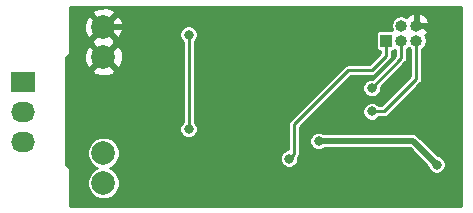
<source format=gbl>
G04 #@! TF.GenerationSoftware,KiCad,Pcbnew,no-vcs-found-885a4c1~58~ubuntu16.04.1*
G04 #@! TF.CreationDate,2017-07-09T23:46:33+02:00*
G04 #@! TF.ProjectId,esp03_ledbar,65737030335F6C65646261722E6B6963,rev?*
G04 #@! TF.SameCoordinates,Original
G04 #@! TF.FileFunction,Copper,L2,Bot,Signal*
G04 #@! TF.FilePolarity,Positive*
%FSLAX46Y46*%
G04 Gerber Fmt 4.6, Leading zero omitted, Abs format (unit mm)*
G04 Created by KiCad (PCBNEW no-vcs-found-885a4c1~58~ubuntu16.04.1) date Sun Jul  9 23:46:33 2017*
%MOMM*%
%LPD*%
G01*
G04 APERTURE LIST*
%ADD10R,2.032000X1.727200*%
%ADD11O,2.032000X1.727200*%
%ADD12C,2.000000*%
%ADD13O,1.000000X1.000000*%
%ADD14R,1.000000X1.000000*%
%ADD15C,0.800000*%
%ADD16C,0.500000*%
%ADD17C,0.250000*%
%ADD18C,0.254000*%
G04 APERTURE END LIST*
D10*
X122500000Y-121500000D03*
D11*
X122500000Y-124040000D03*
X122500000Y-126580000D03*
D12*
X129286000Y-119380000D03*
X129286000Y-116840000D03*
X129286000Y-130048000D03*
X129286000Y-127508000D03*
D13*
X155770000Y-116730000D03*
X155770000Y-118000000D03*
X154500000Y-116730000D03*
X154500000Y-118000000D03*
D14*
X153230000Y-118000000D03*
D15*
X159000000Y-120500000D03*
X148500000Y-128000000D03*
X139500000Y-124000000D03*
X147500000Y-126500000D03*
X157500000Y-128500000D03*
X136500000Y-117500000D03*
X136500000Y-125500000D03*
X145000000Y-128000000D03*
X152000000Y-124000000D03*
X152000000Y-122000000D03*
D16*
X134000000Y-116000000D02*
X133160000Y-116840000D01*
X133160000Y-116840000D02*
X129286000Y-116840000D01*
X137000000Y-116000000D02*
X134000000Y-116000000D01*
X139500000Y-118500000D02*
X137000000Y-116000000D01*
X139500000Y-124000000D02*
X139500000Y-118500000D01*
X142500000Y-129500000D02*
X147000000Y-129500000D01*
X147000000Y-129500000D02*
X148500000Y-128000000D01*
X139500000Y-126500000D02*
X142500000Y-129500000D01*
X139500000Y-124000000D02*
X139500000Y-126500000D01*
X158000000Y-119500000D02*
X158000000Y-118252894D01*
X158000000Y-118252894D02*
X156477106Y-116730000D01*
X156477106Y-116730000D02*
X155770000Y-116730000D01*
X159000000Y-120500000D02*
X158000000Y-119500000D01*
X157500000Y-128500000D02*
X155500000Y-126500000D01*
X155500000Y-126500000D02*
X147500000Y-126500000D01*
D17*
X136500000Y-125500000D02*
X136500000Y-117500000D01*
X152000000Y-120500000D02*
X153230000Y-119270000D01*
X153230000Y-119270000D02*
X153230000Y-118000000D01*
X145399999Y-125100001D02*
X150000000Y-120500000D01*
X150000000Y-120500000D02*
X152000000Y-120500000D01*
X145000000Y-128000000D02*
X145399999Y-127600001D01*
X145399999Y-127600001D02*
X145399999Y-125100001D01*
X153000000Y-124000000D02*
X155770000Y-121230000D01*
X155770000Y-121230000D02*
X155770000Y-118000000D01*
X152000000Y-124000000D02*
X153000000Y-124000000D01*
X152000000Y-122000000D02*
X154500000Y-119500000D01*
X154500000Y-119500000D02*
X154500000Y-118000000D01*
D18*
G36*
X159544000Y-131955089D02*
X159532398Y-132013418D01*
X159524796Y-132024796D01*
X159513418Y-132032398D01*
X159455089Y-132044000D01*
X126544911Y-132044000D01*
X126486582Y-132032398D01*
X126475204Y-132024796D01*
X126467602Y-132013418D01*
X126456000Y-131955089D01*
X126456000Y-129000000D01*
X126421289Y-128825496D01*
X126322441Y-128677559D01*
X126174504Y-128578711D01*
X126127000Y-128569262D01*
X126127000Y-127781493D01*
X127904761Y-127781493D01*
X128114563Y-128289251D01*
X128502705Y-128678072D01*
X128743324Y-128777985D01*
X128504749Y-128876563D01*
X128115928Y-129264705D01*
X127905241Y-129772097D01*
X127904761Y-130321493D01*
X128114563Y-130829251D01*
X128502705Y-131218072D01*
X129010097Y-131428759D01*
X129559493Y-131429239D01*
X130067251Y-131219437D01*
X130456072Y-130831295D01*
X130666759Y-130323903D01*
X130667239Y-129774507D01*
X130457437Y-129266749D01*
X130069295Y-128877928D01*
X129828676Y-128778015D01*
X130067251Y-128679437D01*
X130456072Y-128291295D01*
X130512803Y-128154669D01*
X144218864Y-128154669D01*
X144337514Y-128441823D01*
X144557021Y-128661714D01*
X144843968Y-128780864D01*
X145154669Y-128781136D01*
X145441823Y-128662486D01*
X145661714Y-128442979D01*
X145780864Y-128156032D01*
X145781068Y-127922966D01*
X145867482Y-127793639D01*
X145905999Y-127600001D01*
X145905999Y-126654669D01*
X146718864Y-126654669D01*
X146837514Y-126941823D01*
X147057021Y-127161714D01*
X147343968Y-127280864D01*
X147654669Y-127281136D01*
X147941823Y-127162486D01*
X147973364Y-127131000D01*
X155238632Y-127131000D01*
X156718902Y-128611270D01*
X156718864Y-128654669D01*
X156837514Y-128941823D01*
X157057021Y-129161714D01*
X157343968Y-129280864D01*
X157654669Y-129281136D01*
X157941823Y-129162486D01*
X158161714Y-128942979D01*
X158280864Y-128656032D01*
X158281136Y-128345331D01*
X158162486Y-128058177D01*
X157942979Y-127838286D01*
X157656032Y-127719136D01*
X157611465Y-127719097D01*
X155946184Y-126053816D01*
X155741473Y-125917032D01*
X155500000Y-125869000D01*
X147973639Y-125869000D01*
X147942979Y-125838286D01*
X147656032Y-125719136D01*
X147345331Y-125718864D01*
X147058177Y-125837514D01*
X146838286Y-126057021D01*
X146719136Y-126343968D01*
X146718864Y-126654669D01*
X145905999Y-126654669D01*
X145905999Y-125309593D01*
X150209592Y-121006000D01*
X152000000Y-121006000D01*
X152193638Y-120967483D01*
X152357796Y-120857796D01*
X153587796Y-119627796D01*
X153633360Y-119559605D01*
X153697483Y-119463638D01*
X153736000Y-119270000D01*
X153736000Y-118887271D01*
X153878659Y-118858894D01*
X153994000Y-118781826D01*
X153994000Y-119290408D01*
X152065351Y-121219057D01*
X151845331Y-121218864D01*
X151558177Y-121337514D01*
X151338286Y-121557021D01*
X151219136Y-121843968D01*
X151218864Y-122154669D01*
X151337514Y-122441823D01*
X151557021Y-122661714D01*
X151843968Y-122780864D01*
X152154669Y-122781136D01*
X152441823Y-122662486D01*
X152661714Y-122442979D01*
X152780864Y-122156032D01*
X152781058Y-121934534D01*
X154857796Y-119857796D01*
X154967483Y-119693638D01*
X155006000Y-119500000D01*
X155006000Y-118718372D01*
X155122961Y-118640221D01*
X155135000Y-118622203D01*
X155147039Y-118640221D01*
X155264000Y-118718372D01*
X155264000Y-121020408D01*
X152790408Y-123494000D01*
X152598421Y-123494000D01*
X152442979Y-123338286D01*
X152156032Y-123219136D01*
X151845331Y-123218864D01*
X151558177Y-123337514D01*
X151338286Y-123557021D01*
X151219136Y-123843968D01*
X151218864Y-124154669D01*
X151337514Y-124441823D01*
X151557021Y-124661714D01*
X151843968Y-124780864D01*
X152154669Y-124781136D01*
X152441823Y-124662486D01*
X152598583Y-124506000D01*
X153000000Y-124506000D01*
X153193638Y-124467483D01*
X153357796Y-124357796D01*
X156127796Y-121587796D01*
X156148359Y-121557021D01*
X156237483Y-121423638D01*
X156276000Y-121230000D01*
X156276000Y-118718372D01*
X156392961Y-118640221D01*
X156583938Y-118354404D01*
X156651000Y-118017260D01*
X156651000Y-117982740D01*
X156583938Y-117645596D01*
X156521377Y-117551967D01*
X156665323Y-117427604D01*
X156864132Y-117031877D01*
X156739135Y-116857000D01*
X155897000Y-116857000D01*
X155897000Y-116877000D01*
X155643000Y-116877000D01*
X155643000Y-116857000D01*
X155623000Y-116857000D01*
X155623000Y-116603000D01*
X155643000Y-116603000D01*
X155643000Y-115762046D01*
X155897000Y-115762046D01*
X155897000Y-116603000D01*
X156739135Y-116603000D01*
X156864132Y-116428123D01*
X156665323Y-116032396D01*
X156330209Y-115742873D01*
X156071874Y-115635881D01*
X155897000Y-115762046D01*
X155643000Y-115762046D01*
X155468126Y-115635881D01*
X155209791Y-115742873D01*
X154945503Y-115971205D01*
X154837144Y-115898802D01*
X154500000Y-115831740D01*
X154162856Y-115898802D01*
X153877039Y-116089779D01*
X153686062Y-116375596D01*
X153619000Y-116712740D01*
X153619000Y-116747260D01*
X153686062Y-117084404D01*
X153704191Y-117111536D01*
X152730000Y-117111536D01*
X152581341Y-117141106D01*
X152455314Y-117225314D01*
X152371106Y-117351341D01*
X152341536Y-117500000D01*
X152341536Y-118500000D01*
X152371106Y-118648659D01*
X152455314Y-118774686D01*
X152581341Y-118858894D01*
X152724000Y-118887271D01*
X152724000Y-119060408D01*
X151790408Y-119994000D01*
X150000000Y-119994000D01*
X149806362Y-120032517D01*
X149642204Y-120142204D01*
X145042203Y-124742205D01*
X144932516Y-124906363D01*
X144893999Y-125100001D01*
X144893999Y-127218907D01*
X144845331Y-127218864D01*
X144558177Y-127337514D01*
X144338286Y-127557021D01*
X144219136Y-127843968D01*
X144218864Y-128154669D01*
X130512803Y-128154669D01*
X130666759Y-127783903D01*
X130667239Y-127234507D01*
X130457437Y-126726749D01*
X130069295Y-126337928D01*
X129561903Y-126127241D01*
X129012507Y-126126761D01*
X128504749Y-126336563D01*
X128115928Y-126724705D01*
X127905241Y-127232097D01*
X127904761Y-127781493D01*
X126127000Y-127781493D01*
X126127000Y-120532532D01*
X128313073Y-120532532D01*
X128411736Y-120799387D01*
X129021461Y-121025908D01*
X129671460Y-121001856D01*
X130160264Y-120799387D01*
X130258927Y-120532532D01*
X129286000Y-119559605D01*
X128313073Y-120532532D01*
X126127000Y-120532532D01*
X126127000Y-119430738D01*
X126174504Y-119421289D01*
X126322441Y-119322441D01*
X126421289Y-119174504D01*
X126433033Y-119115461D01*
X127640092Y-119115461D01*
X127664144Y-119765460D01*
X127866613Y-120254264D01*
X128133468Y-120352927D01*
X129106395Y-119380000D01*
X129465605Y-119380000D01*
X130438532Y-120352927D01*
X130705387Y-120254264D01*
X130931908Y-119644539D01*
X130907856Y-118994540D01*
X130705387Y-118505736D01*
X130438532Y-118407073D01*
X129465605Y-119380000D01*
X129106395Y-119380000D01*
X128133468Y-118407073D01*
X127866613Y-118505736D01*
X127640092Y-119115461D01*
X126433033Y-119115461D01*
X126456000Y-119000000D01*
X126456000Y-117992532D01*
X128313073Y-117992532D01*
X128356504Y-118110000D01*
X128313073Y-118227468D01*
X129286000Y-119200395D01*
X130258927Y-118227468D01*
X130215496Y-118110000D01*
X130258927Y-117992532D01*
X129286000Y-117019605D01*
X128313073Y-117992532D01*
X126456000Y-117992532D01*
X126456000Y-116575461D01*
X127640092Y-116575461D01*
X127664144Y-117225460D01*
X127866613Y-117714264D01*
X128133468Y-117812927D01*
X129106395Y-116840000D01*
X129465605Y-116840000D01*
X130438532Y-117812927D01*
X130705387Y-117714264D01*
X130727527Y-117654669D01*
X135718864Y-117654669D01*
X135837514Y-117941823D01*
X135994000Y-118098583D01*
X135994000Y-124901579D01*
X135838286Y-125057021D01*
X135719136Y-125343968D01*
X135718864Y-125654669D01*
X135837514Y-125941823D01*
X136057021Y-126161714D01*
X136343968Y-126280864D01*
X136654669Y-126281136D01*
X136941823Y-126162486D01*
X137161714Y-125942979D01*
X137280864Y-125656032D01*
X137281136Y-125345331D01*
X137162486Y-125058177D01*
X137006000Y-124901417D01*
X137006000Y-118098421D01*
X137161714Y-117942979D01*
X137280864Y-117656032D01*
X137281136Y-117345331D01*
X137162486Y-117058177D01*
X136942979Y-116838286D01*
X136656032Y-116719136D01*
X136345331Y-116718864D01*
X136058177Y-116837514D01*
X135838286Y-117057021D01*
X135719136Y-117343968D01*
X135718864Y-117654669D01*
X130727527Y-117654669D01*
X130931908Y-117104539D01*
X130907856Y-116454540D01*
X130705387Y-115965736D01*
X130438532Y-115867073D01*
X129465605Y-116840000D01*
X129106395Y-116840000D01*
X128133468Y-115867073D01*
X127866613Y-115965736D01*
X127640092Y-116575461D01*
X126456000Y-116575461D01*
X126456000Y-115687468D01*
X128313073Y-115687468D01*
X129286000Y-116660395D01*
X130258927Y-115687468D01*
X130160264Y-115420613D01*
X129550539Y-115194092D01*
X128900540Y-115218144D01*
X128411736Y-115420613D01*
X128313073Y-115687468D01*
X126456000Y-115687468D01*
X126456000Y-115127000D01*
X159544000Y-115127000D01*
X159544000Y-131955089D01*
X159544000Y-131955089D01*
G37*
X159544000Y-131955089D02*
X159532398Y-132013418D01*
X159524796Y-132024796D01*
X159513418Y-132032398D01*
X159455089Y-132044000D01*
X126544911Y-132044000D01*
X126486582Y-132032398D01*
X126475204Y-132024796D01*
X126467602Y-132013418D01*
X126456000Y-131955089D01*
X126456000Y-129000000D01*
X126421289Y-128825496D01*
X126322441Y-128677559D01*
X126174504Y-128578711D01*
X126127000Y-128569262D01*
X126127000Y-127781493D01*
X127904761Y-127781493D01*
X128114563Y-128289251D01*
X128502705Y-128678072D01*
X128743324Y-128777985D01*
X128504749Y-128876563D01*
X128115928Y-129264705D01*
X127905241Y-129772097D01*
X127904761Y-130321493D01*
X128114563Y-130829251D01*
X128502705Y-131218072D01*
X129010097Y-131428759D01*
X129559493Y-131429239D01*
X130067251Y-131219437D01*
X130456072Y-130831295D01*
X130666759Y-130323903D01*
X130667239Y-129774507D01*
X130457437Y-129266749D01*
X130069295Y-128877928D01*
X129828676Y-128778015D01*
X130067251Y-128679437D01*
X130456072Y-128291295D01*
X130512803Y-128154669D01*
X144218864Y-128154669D01*
X144337514Y-128441823D01*
X144557021Y-128661714D01*
X144843968Y-128780864D01*
X145154669Y-128781136D01*
X145441823Y-128662486D01*
X145661714Y-128442979D01*
X145780864Y-128156032D01*
X145781068Y-127922966D01*
X145867482Y-127793639D01*
X145905999Y-127600001D01*
X145905999Y-126654669D01*
X146718864Y-126654669D01*
X146837514Y-126941823D01*
X147057021Y-127161714D01*
X147343968Y-127280864D01*
X147654669Y-127281136D01*
X147941823Y-127162486D01*
X147973364Y-127131000D01*
X155238632Y-127131000D01*
X156718902Y-128611270D01*
X156718864Y-128654669D01*
X156837514Y-128941823D01*
X157057021Y-129161714D01*
X157343968Y-129280864D01*
X157654669Y-129281136D01*
X157941823Y-129162486D01*
X158161714Y-128942979D01*
X158280864Y-128656032D01*
X158281136Y-128345331D01*
X158162486Y-128058177D01*
X157942979Y-127838286D01*
X157656032Y-127719136D01*
X157611465Y-127719097D01*
X155946184Y-126053816D01*
X155741473Y-125917032D01*
X155500000Y-125869000D01*
X147973639Y-125869000D01*
X147942979Y-125838286D01*
X147656032Y-125719136D01*
X147345331Y-125718864D01*
X147058177Y-125837514D01*
X146838286Y-126057021D01*
X146719136Y-126343968D01*
X146718864Y-126654669D01*
X145905999Y-126654669D01*
X145905999Y-125309593D01*
X150209592Y-121006000D01*
X152000000Y-121006000D01*
X152193638Y-120967483D01*
X152357796Y-120857796D01*
X153587796Y-119627796D01*
X153633360Y-119559605D01*
X153697483Y-119463638D01*
X153736000Y-119270000D01*
X153736000Y-118887271D01*
X153878659Y-118858894D01*
X153994000Y-118781826D01*
X153994000Y-119290408D01*
X152065351Y-121219057D01*
X151845331Y-121218864D01*
X151558177Y-121337514D01*
X151338286Y-121557021D01*
X151219136Y-121843968D01*
X151218864Y-122154669D01*
X151337514Y-122441823D01*
X151557021Y-122661714D01*
X151843968Y-122780864D01*
X152154669Y-122781136D01*
X152441823Y-122662486D01*
X152661714Y-122442979D01*
X152780864Y-122156032D01*
X152781058Y-121934534D01*
X154857796Y-119857796D01*
X154967483Y-119693638D01*
X155006000Y-119500000D01*
X155006000Y-118718372D01*
X155122961Y-118640221D01*
X155135000Y-118622203D01*
X155147039Y-118640221D01*
X155264000Y-118718372D01*
X155264000Y-121020408D01*
X152790408Y-123494000D01*
X152598421Y-123494000D01*
X152442979Y-123338286D01*
X152156032Y-123219136D01*
X151845331Y-123218864D01*
X151558177Y-123337514D01*
X151338286Y-123557021D01*
X151219136Y-123843968D01*
X151218864Y-124154669D01*
X151337514Y-124441823D01*
X151557021Y-124661714D01*
X151843968Y-124780864D01*
X152154669Y-124781136D01*
X152441823Y-124662486D01*
X152598583Y-124506000D01*
X153000000Y-124506000D01*
X153193638Y-124467483D01*
X153357796Y-124357796D01*
X156127796Y-121587796D01*
X156148359Y-121557021D01*
X156237483Y-121423638D01*
X156276000Y-121230000D01*
X156276000Y-118718372D01*
X156392961Y-118640221D01*
X156583938Y-118354404D01*
X156651000Y-118017260D01*
X156651000Y-117982740D01*
X156583938Y-117645596D01*
X156521377Y-117551967D01*
X156665323Y-117427604D01*
X156864132Y-117031877D01*
X156739135Y-116857000D01*
X155897000Y-116857000D01*
X155897000Y-116877000D01*
X155643000Y-116877000D01*
X155643000Y-116857000D01*
X155623000Y-116857000D01*
X155623000Y-116603000D01*
X155643000Y-116603000D01*
X155643000Y-115762046D01*
X155897000Y-115762046D01*
X155897000Y-116603000D01*
X156739135Y-116603000D01*
X156864132Y-116428123D01*
X156665323Y-116032396D01*
X156330209Y-115742873D01*
X156071874Y-115635881D01*
X155897000Y-115762046D01*
X155643000Y-115762046D01*
X155468126Y-115635881D01*
X155209791Y-115742873D01*
X154945503Y-115971205D01*
X154837144Y-115898802D01*
X154500000Y-115831740D01*
X154162856Y-115898802D01*
X153877039Y-116089779D01*
X153686062Y-116375596D01*
X153619000Y-116712740D01*
X153619000Y-116747260D01*
X153686062Y-117084404D01*
X153704191Y-117111536D01*
X152730000Y-117111536D01*
X152581341Y-117141106D01*
X152455314Y-117225314D01*
X152371106Y-117351341D01*
X152341536Y-117500000D01*
X152341536Y-118500000D01*
X152371106Y-118648659D01*
X152455314Y-118774686D01*
X152581341Y-118858894D01*
X152724000Y-118887271D01*
X152724000Y-119060408D01*
X151790408Y-119994000D01*
X150000000Y-119994000D01*
X149806362Y-120032517D01*
X149642204Y-120142204D01*
X145042203Y-124742205D01*
X144932516Y-124906363D01*
X144893999Y-125100001D01*
X144893999Y-127218907D01*
X144845331Y-127218864D01*
X144558177Y-127337514D01*
X144338286Y-127557021D01*
X144219136Y-127843968D01*
X144218864Y-128154669D01*
X130512803Y-128154669D01*
X130666759Y-127783903D01*
X130667239Y-127234507D01*
X130457437Y-126726749D01*
X130069295Y-126337928D01*
X129561903Y-126127241D01*
X129012507Y-126126761D01*
X128504749Y-126336563D01*
X128115928Y-126724705D01*
X127905241Y-127232097D01*
X127904761Y-127781493D01*
X126127000Y-127781493D01*
X126127000Y-120532532D01*
X128313073Y-120532532D01*
X128411736Y-120799387D01*
X129021461Y-121025908D01*
X129671460Y-121001856D01*
X130160264Y-120799387D01*
X130258927Y-120532532D01*
X129286000Y-119559605D01*
X128313073Y-120532532D01*
X126127000Y-120532532D01*
X126127000Y-119430738D01*
X126174504Y-119421289D01*
X126322441Y-119322441D01*
X126421289Y-119174504D01*
X126433033Y-119115461D01*
X127640092Y-119115461D01*
X127664144Y-119765460D01*
X127866613Y-120254264D01*
X128133468Y-120352927D01*
X129106395Y-119380000D01*
X129465605Y-119380000D01*
X130438532Y-120352927D01*
X130705387Y-120254264D01*
X130931908Y-119644539D01*
X130907856Y-118994540D01*
X130705387Y-118505736D01*
X130438532Y-118407073D01*
X129465605Y-119380000D01*
X129106395Y-119380000D01*
X128133468Y-118407073D01*
X127866613Y-118505736D01*
X127640092Y-119115461D01*
X126433033Y-119115461D01*
X126456000Y-119000000D01*
X126456000Y-117992532D01*
X128313073Y-117992532D01*
X128356504Y-118110000D01*
X128313073Y-118227468D01*
X129286000Y-119200395D01*
X130258927Y-118227468D01*
X130215496Y-118110000D01*
X130258927Y-117992532D01*
X129286000Y-117019605D01*
X128313073Y-117992532D01*
X126456000Y-117992532D01*
X126456000Y-116575461D01*
X127640092Y-116575461D01*
X127664144Y-117225460D01*
X127866613Y-117714264D01*
X128133468Y-117812927D01*
X129106395Y-116840000D01*
X129465605Y-116840000D01*
X130438532Y-117812927D01*
X130705387Y-117714264D01*
X130727527Y-117654669D01*
X135718864Y-117654669D01*
X135837514Y-117941823D01*
X135994000Y-118098583D01*
X135994000Y-124901579D01*
X135838286Y-125057021D01*
X135719136Y-125343968D01*
X135718864Y-125654669D01*
X135837514Y-125941823D01*
X136057021Y-126161714D01*
X136343968Y-126280864D01*
X136654669Y-126281136D01*
X136941823Y-126162486D01*
X137161714Y-125942979D01*
X137280864Y-125656032D01*
X137281136Y-125345331D01*
X137162486Y-125058177D01*
X137006000Y-124901417D01*
X137006000Y-118098421D01*
X137161714Y-117942979D01*
X137280864Y-117656032D01*
X137281136Y-117345331D01*
X137162486Y-117058177D01*
X136942979Y-116838286D01*
X136656032Y-116719136D01*
X136345331Y-116718864D01*
X136058177Y-116837514D01*
X135838286Y-117057021D01*
X135719136Y-117343968D01*
X135718864Y-117654669D01*
X130727527Y-117654669D01*
X130931908Y-117104539D01*
X130907856Y-116454540D01*
X130705387Y-115965736D01*
X130438532Y-115867073D01*
X129465605Y-116840000D01*
X129106395Y-116840000D01*
X128133468Y-115867073D01*
X127866613Y-115965736D01*
X127640092Y-116575461D01*
X126456000Y-116575461D01*
X126456000Y-115687468D01*
X128313073Y-115687468D01*
X129286000Y-116660395D01*
X130258927Y-115687468D01*
X130160264Y-115420613D01*
X129550539Y-115194092D01*
X128900540Y-115218144D01*
X128411736Y-115420613D01*
X128313073Y-115687468D01*
X126456000Y-115687468D01*
X126456000Y-115127000D01*
X159544000Y-115127000D01*
X159544000Y-131955089D01*
M02*

</source>
